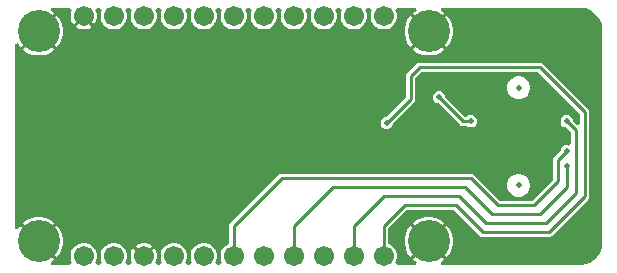
<source format=gbl>
G04*
G04 #@! TF.GenerationSoftware,Altium Limited,Altium Designer,25.9.0 (10)*
G04*
G04 Layer_Physical_Order=2*
G04 Layer_Color=16711680*
%FSLAX44Y44*%
%MOMM*%
G71*
G04*
G04 #@! TF.SameCoordinates,A69B8269-B679-459B-B5DD-CBE35428100B*
G04*
G04*
G04 #@! TF.FilePolarity,Positive*
G04*
G01*
G75*
%ADD11C,0.2540*%
%ADD27C,1.7018*%
%ADD28C,3.5560*%
%ADD29C,0.5000*%
%ADD30C,0.5080*%
G36*
X52151Y223421D02*
X53617Y220881D01*
X53204Y220165D01*
X52451Y217355D01*
Y214445D01*
X53204Y211635D01*
X54659Y209116D01*
X54789Y208985D01*
X62602Y216798D01*
X63500Y215900D01*
X64398Y216798D01*
X72211Y208985D01*
X72341Y209116D01*
X73796Y211635D01*
X74549Y214445D01*
Y217355D01*
X73796Y220165D01*
X73383Y220881D01*
X74849Y223421D01*
X77551D01*
X79017Y220881D01*
X78604Y220165D01*
X77851Y217355D01*
Y214445D01*
X78604Y211635D01*
X80059Y209116D01*
X82116Y207059D01*
X84635Y205604D01*
X87445Y204851D01*
X90355D01*
X93165Y205604D01*
X95684Y207059D01*
X97741Y209116D01*
X99196Y211635D01*
X99949Y214445D01*
Y217355D01*
X99196Y220165D01*
X98783Y220881D01*
X100249Y223421D01*
X102951D01*
X104417Y220881D01*
X104004Y220165D01*
X103251Y217355D01*
Y214445D01*
X104004Y211635D01*
X105459Y209116D01*
X107516Y207059D01*
X110035Y205604D01*
X112845Y204851D01*
X115755D01*
X118565Y205604D01*
X121084Y207059D01*
X123141Y209116D01*
X124596Y211635D01*
X125349Y214445D01*
Y217355D01*
X124596Y220165D01*
X124183Y220881D01*
X125649Y223421D01*
X128351D01*
X129817Y220881D01*
X129404Y220165D01*
X128651Y217355D01*
Y214445D01*
X129404Y211635D01*
X130859Y209116D01*
X132916Y207059D01*
X135435Y205604D01*
X138245Y204851D01*
X141155D01*
X143965Y205604D01*
X146484Y207059D01*
X148541Y209116D01*
X149996Y211635D01*
X150749Y214445D01*
Y217355D01*
X149996Y220165D01*
X149583Y220881D01*
X151049Y223421D01*
X153751D01*
X155217Y220881D01*
X154804Y220165D01*
X154051Y217355D01*
Y214445D01*
X154804Y211635D01*
X156259Y209116D01*
X158316Y207059D01*
X160835Y205604D01*
X163645Y204851D01*
X166555D01*
X169365Y205604D01*
X171884Y207059D01*
X173941Y209116D01*
X175396Y211635D01*
X176149Y214445D01*
Y217355D01*
X175396Y220165D01*
X174983Y220881D01*
X176449Y223421D01*
X179151D01*
X180617Y220881D01*
X180204Y220165D01*
X179451Y217355D01*
Y214445D01*
X180204Y211635D01*
X181659Y209116D01*
X183716Y207059D01*
X186235Y205604D01*
X189045Y204851D01*
X191955D01*
X194765Y205604D01*
X197284Y207059D01*
X199341Y209116D01*
X200796Y211635D01*
X201549Y214445D01*
Y217355D01*
X200796Y220165D01*
X200383Y220881D01*
X201849Y223421D01*
X204551D01*
X206017Y220881D01*
X205604Y220165D01*
X204851Y217355D01*
Y214445D01*
X205604Y211635D01*
X207059Y209116D01*
X209116Y207059D01*
X211635Y205604D01*
X214445Y204851D01*
X217355D01*
X220165Y205604D01*
X222684Y207059D01*
X224741Y209116D01*
X226196Y211635D01*
X226949Y214445D01*
Y217355D01*
X226196Y220165D01*
X225783Y220881D01*
X227249Y223421D01*
X229951D01*
X231417Y220881D01*
X231004Y220165D01*
X230251Y217355D01*
Y214445D01*
X231004Y211635D01*
X232459Y209116D01*
X234516Y207059D01*
X237035Y205604D01*
X239845Y204851D01*
X242755D01*
X245565Y205604D01*
X248084Y207059D01*
X250141Y209116D01*
X251596Y211635D01*
X252349Y214445D01*
Y217355D01*
X251596Y220165D01*
X251183Y220881D01*
X252649Y223421D01*
X255351Y223421D01*
X256817Y220881D01*
X256404Y220165D01*
X255651Y217355D01*
Y214445D01*
X256404Y211635D01*
X257859Y209116D01*
X259916Y207059D01*
X262435Y205604D01*
X265245Y204851D01*
X268155D01*
X270965Y205604D01*
X273484Y207059D01*
X275541Y209116D01*
X276996Y211635D01*
X277749Y214445D01*
Y217355D01*
X276996Y220165D01*
X276583Y220881D01*
X278049Y223421D01*
X280751D01*
X282217Y220881D01*
X281804Y220165D01*
X281051Y217355D01*
Y214445D01*
X281804Y211635D01*
X283259Y209116D01*
X285316Y207059D01*
X287835Y205604D01*
X290645Y204851D01*
X293555D01*
X296365Y205604D01*
X298884Y207059D01*
X300941Y209116D01*
X302396Y211635D01*
X303149Y214445D01*
Y217355D01*
X302396Y220165D01*
X301983Y220881D01*
X303449Y223421D01*
X306151D01*
X307617Y220881D01*
X307204Y220165D01*
X306451Y217355D01*
Y214445D01*
X307204Y211635D01*
X308659Y209116D01*
X310716Y207059D01*
X313235Y205604D01*
X316045Y204851D01*
X318955D01*
X321765Y205604D01*
X324284Y207059D01*
X326341Y209116D01*
X327796Y211635D01*
X328549Y214445D01*
Y217355D01*
X327796Y220165D01*
X327383Y220881D01*
X328849Y223421D01*
X344869D01*
X345171Y222816D01*
X345486Y220881D01*
X342647Y218984D01*
X342130Y218466D01*
X355600Y204996D01*
X369070Y218466D01*
X368553Y218984D01*
X365714Y220881D01*
X366029Y222816D01*
X366331Y223421D01*
X482600D01*
X484591D01*
X488498Y222644D01*
X492178Y221119D01*
X495490Y218906D01*
X498306Y216090D01*
X500519Y212778D01*
X502043Y209098D01*
X502821Y205191D01*
X502821Y203200D01*
X502821Y25400D01*
Y23409D01*
X502043Y19502D01*
X500519Y15822D01*
X498306Y12510D01*
X495490Y9694D01*
X492178Y7481D01*
X488498Y5957D01*
X484591Y5179D01*
X482600Y5179D01*
X366331D01*
X366029Y5784D01*
X365714Y7719D01*
X368553Y9616D01*
X369070Y10134D01*
X355600Y23604D01*
X342130Y10134D01*
X342647Y9616D01*
X345486Y7719D01*
X345171Y5784D01*
X344869Y5179D01*
X328849D01*
X327383Y7719D01*
X327796Y8435D01*
X328549Y11245D01*
Y14155D01*
X327796Y16965D01*
X326341Y19484D01*
X324284Y21541D01*
X321765Y22996D01*
X321385Y23098D01*
Y36491D01*
X336889Y51995D01*
X376851D01*
X398573Y30273D01*
X399833Y29431D01*
X401320Y29135D01*
X457200D01*
X458687Y29431D01*
X459947Y30273D01*
X490427Y60753D01*
X491269Y62013D01*
X491565Y63500D01*
Y134620D01*
X491269Y136107D01*
X490427Y137367D01*
X452327Y175467D01*
X451067Y176309D01*
X449580Y176605D01*
X347980D01*
X346493Y176309D01*
X345233Y175467D01*
X337613Y167847D01*
X336771Y166587D01*
X336475Y165100D01*
Y147659D01*
X319626Y130810D01*
X319030D01*
X317162Y130037D01*
X315733Y128608D01*
X314960Y126741D01*
Y124719D01*
X315733Y122852D01*
X317162Y121423D01*
X319030Y120650D01*
X321050D01*
X322918Y121423D01*
X324347Y122852D01*
X325120Y124719D01*
Y125316D01*
X343107Y143303D01*
X343949Y144563D01*
X344245Y146050D01*
Y163491D01*
X349589Y168835D01*
X447971D01*
X483795Y133011D01*
Y124731D01*
X481255Y123678D01*
X477520Y127414D01*
Y128011D01*
X476747Y129878D01*
X475318Y131307D01*
X473451Y132080D01*
X471429D01*
X469562Y131307D01*
X468133Y129878D01*
X467360Y128011D01*
Y125990D01*
X468133Y124122D01*
X469562Y122693D01*
X471429Y121920D01*
X472026D01*
X476175Y117771D01*
Y108301D01*
X473635Y106603D01*
X473451Y106680D01*
X471429D01*
X469562Y105907D01*
X468133Y104478D01*
X467360Y102611D01*
Y102014D01*
X462073Y96727D01*
X461231Y95467D01*
X460935Y93980D01*
Y77809D01*
X442891Y59765D01*
X415629D01*
X393907Y81487D01*
X392647Y82329D01*
X391160Y82625D01*
X231140D01*
X229653Y82329D01*
X228393Y81487D01*
X187753Y40847D01*
X186911Y39587D01*
X186615Y38100D01*
Y23098D01*
X186235Y22996D01*
X183716Y21541D01*
X181659Y19484D01*
X180204Y16965D01*
X179451Y14155D01*
Y11245D01*
X180204Y8435D01*
X180617Y7719D01*
X179151Y5179D01*
X176449D01*
X174983Y7719D01*
X175396Y8435D01*
X176149Y11245D01*
Y14155D01*
X175396Y16965D01*
X173941Y19484D01*
X171884Y21541D01*
X169365Y22996D01*
X166555Y23749D01*
X163645D01*
X160835Y22996D01*
X158316Y21541D01*
X156259Y19484D01*
X154804Y16965D01*
X154051Y14155D01*
Y11245D01*
X154804Y8435D01*
X155217Y7719D01*
X153751Y5179D01*
X151049D01*
X149583Y7719D01*
X149996Y8435D01*
X150749Y11245D01*
Y14155D01*
X149996Y16965D01*
X148541Y19484D01*
X146484Y21541D01*
X143965Y22996D01*
X141155Y23749D01*
X138245D01*
X135435Y22996D01*
X132916Y21541D01*
X130859Y19484D01*
X129404Y16965D01*
X128651Y14155D01*
Y11245D01*
X129404Y8435D01*
X129817Y7719D01*
X128351Y5179D01*
X125649D01*
X124183Y7719D01*
X124596Y8435D01*
X125349Y11245D01*
Y14155D01*
X124596Y16965D01*
X123141Y19484D01*
X123011Y19615D01*
X115198Y11802D01*
X114300Y12700D01*
X113402Y11802D01*
X105589Y19615D01*
X105459Y19484D01*
X104004Y16965D01*
X103251Y14155D01*
Y11245D01*
X104004Y8435D01*
X104417Y7719D01*
X102951Y5179D01*
X100249D01*
X98783Y7719D01*
X99196Y8435D01*
X99949Y11245D01*
Y14155D01*
X99196Y16965D01*
X97741Y19484D01*
X95684Y21541D01*
X93165Y22996D01*
X90355Y23749D01*
X87445D01*
X84635Y22996D01*
X82116Y21541D01*
X80059Y19484D01*
X78604Y16965D01*
X77851Y14155D01*
Y11245D01*
X78604Y8435D01*
X79017Y7719D01*
X77551Y5179D01*
X74849D01*
X73383Y7719D01*
X73796Y8435D01*
X74549Y11245D01*
Y14155D01*
X73796Y16965D01*
X72341Y19484D01*
X70284Y21541D01*
X67765Y22996D01*
X64955Y23749D01*
X62045D01*
X59235Y22996D01*
X56716Y21541D01*
X54659Y19484D01*
X53204Y16965D01*
X52451Y14155D01*
Y11245D01*
X53204Y8435D01*
X53617Y7719D01*
X52151Y5179D01*
X36131D01*
X35829Y5784D01*
X35514Y7719D01*
X38353Y9616D01*
X38870Y10134D01*
X24502Y24502D01*
X10134Y38870D01*
X9616Y38353D01*
X7719Y35514D01*
X5784Y35829D01*
X5179Y36131D01*
Y192469D01*
X5784Y192771D01*
X7719Y193086D01*
X9616Y190247D01*
X10134Y189730D01*
X24502Y204098D01*
X38870Y218466D01*
X38353Y218984D01*
X35514Y220881D01*
X35829Y222816D01*
X36131Y223421D01*
X52151D01*
D02*
G37*
%LPC*%
G36*
X63500Y214104D02*
X56585Y207189D01*
X56716Y207059D01*
X59235Y205604D01*
X62045Y204851D01*
X64955D01*
X67765Y205604D01*
X70284Y207059D01*
X70415Y207189D01*
X63500Y214104D01*
D02*
G37*
G36*
X340334Y216670D02*
X339816Y216153D01*
X337593Y212825D01*
X336061Y209127D01*
X335280Y205201D01*
Y201199D01*
X336061Y197273D01*
X337593Y193575D01*
X339816Y190247D01*
X340334Y189730D01*
X353804Y203200D01*
X340334Y216670D01*
D02*
G37*
G36*
X40666Y216670D02*
X27196Y203200D01*
X40666Y189730D01*
X41184Y190247D01*
X43407Y193575D01*
X44939Y197273D01*
X45720Y201199D01*
Y205201D01*
X44939Y209127D01*
X43407Y212825D01*
X41184Y216153D01*
X40666Y216670D01*
D02*
G37*
G36*
X370866D02*
X357396Y203200D01*
X370866Y189730D01*
X371384Y190247D01*
X373607Y193575D01*
X375139Y197273D01*
X375920Y201199D01*
Y205201D01*
X375139Y209127D01*
X373607Y212825D01*
X371384Y216153D01*
X370866Y216670D01*
D02*
G37*
G36*
X355600Y201404D02*
X342130Y187934D01*
X342647Y187416D01*
X345975Y185193D01*
X349673Y183661D01*
X353599Y182880D01*
X357601D01*
X361527Y183661D01*
X365225Y185193D01*
X368553Y187416D01*
X369070Y187934D01*
X355600Y201404D01*
D02*
G37*
G36*
X25400D02*
X11930Y187934D01*
X12447Y187416D01*
X15775Y185193D01*
X19473Y183661D01*
X23399Y182880D01*
X27401D01*
X31327Y183661D01*
X35025Y185193D01*
X38353Y187416D01*
X38870Y187934D01*
X25400Y201404D01*
D02*
G37*
G36*
X433069Y165240D02*
X430531D01*
X428079Y164583D01*
X425881Y163314D01*
X424086Y161519D01*
X422817Y159321D01*
X422160Y156869D01*
Y154331D01*
X422817Y151879D01*
X424086Y149681D01*
X425881Y147886D01*
X428079Y146617D01*
X430531Y145960D01*
X433069D01*
X435521Y146617D01*
X437719Y147886D01*
X439514Y149681D01*
X440783Y151879D01*
X441440Y154331D01*
Y156869D01*
X440783Y159321D01*
X439514Y161519D01*
X437719Y163314D01*
X435521Y164583D01*
X433069Y165240D01*
D02*
G37*
G36*
X365500Y152400D02*
X363479D01*
X361612Y151627D01*
X360183Y150198D01*
X359410Y148330D01*
Y146309D01*
X360183Y144442D01*
X361612Y143013D01*
X363479Y142240D01*
X364076D01*
X382063Y124253D01*
X383323Y123411D01*
X384810Y123115D01*
X387860D01*
X388282Y122693D01*
X390149Y121920D01*
X392170D01*
X394038Y122693D01*
X395467Y124122D01*
X396240Y125990D01*
Y128011D01*
X395467Y129878D01*
X394038Y131307D01*
X392170Y132080D01*
X390149D01*
X388282Y131307D01*
X387860Y130885D01*
X386419D01*
X369570Y147734D01*
Y148330D01*
X368797Y150198D01*
X367368Y151627D01*
X365500Y152400D01*
D02*
G37*
G36*
X433069Y82640D02*
X430531D01*
X428079Y81983D01*
X425881Y80714D01*
X424086Y78919D01*
X422817Y76721D01*
X422160Y74269D01*
Y71731D01*
X422817Y69279D01*
X424086Y67081D01*
X425881Y65286D01*
X428079Y64017D01*
X430531Y63360D01*
X433069D01*
X435521Y64017D01*
X437719Y65286D01*
X439514Y67081D01*
X440783Y69279D01*
X441440Y71731D01*
Y74269D01*
X440783Y76721D01*
X439514Y78919D01*
X437719Y80714D01*
X435521Y81983D01*
X433069Y82640D01*
D02*
G37*
G36*
X27401Y45720D02*
X23399D01*
X19473Y44939D01*
X15775Y43407D01*
X12447Y41184D01*
X11930Y40666D01*
X25400Y27196D01*
X38870Y40666D01*
X38353Y41184D01*
X35025Y43407D01*
X31327Y44939D01*
X27401Y45720D01*
D02*
G37*
G36*
X357601D02*
X353599D01*
X349673Y44939D01*
X345975Y43407D01*
X342647Y41184D01*
X342130Y40666D01*
X355600Y27196D01*
X369070Y40666D01*
X368553Y41184D01*
X365225Y43407D01*
X361527Y44939D01*
X357601Y45720D01*
D02*
G37*
G36*
X115755Y23749D02*
X112845D01*
X110035Y22996D01*
X107516Y21541D01*
X107385Y21411D01*
X114300Y14496D01*
X121215Y21411D01*
X121084Y21541D01*
X118565Y22996D01*
X115755Y23749D01*
D02*
G37*
G36*
X340334Y38870D02*
X339816Y38353D01*
X337593Y35025D01*
X336061Y31327D01*
X335280Y27401D01*
Y23399D01*
X336061Y19473D01*
X337593Y15775D01*
X339816Y12447D01*
X340334Y11930D01*
X353804Y25400D01*
X340334Y38870D01*
D02*
G37*
G36*
X40666Y38870D02*
X27196Y25400D01*
X40666Y11930D01*
X41184Y12447D01*
X43407Y15775D01*
X44939Y19473D01*
X45720Y23399D01*
Y27401D01*
X44939Y31327D01*
X43407Y35025D01*
X41184Y38353D01*
X40666Y38870D01*
D02*
G37*
G36*
X370866D02*
X357396Y25400D01*
X370866Y11930D01*
X371384Y12447D01*
X373607Y15775D01*
X375139Y19473D01*
X375920Y23399D01*
Y27401D01*
X375139Y31327D01*
X373607Y35025D01*
X371384Y38353D01*
X370866Y38870D01*
D02*
G37*
%LPD*%
D11*
X340360Y165100D02*
X347980Y172720D01*
X340360Y146050D02*
Y165100D01*
X320040Y125730D02*
X340360Y146050D01*
X487680Y63500D02*
Y134620D01*
X449580Y172720D02*
X487680Y134620D01*
X347980Y172720D02*
X449580D01*
X241300Y38100D02*
X274320Y71120D01*
X386080D01*
X190500Y38100D02*
X231140Y78740D01*
X391160D01*
X364490Y147320D02*
X384810Y127000D01*
X391160D01*
X464820Y93980D02*
X472440Y101600D01*
X464820Y76200D02*
Y93980D01*
X444500Y55880D02*
X464820Y76200D01*
X457200Y33020D02*
X487680Y63500D01*
X454660Y40640D02*
X480060Y66040D01*
X472440Y127000D02*
X480060Y119380D01*
Y66040D02*
Y119380D01*
X472440Y71120D02*
Y88900D01*
X449580Y48260D02*
X472440Y71120D01*
X190500Y12700D02*
Y38100D01*
X241300Y12700D02*
Y38100D01*
X292100Y12700D02*
Y38100D01*
X317500Y63500D01*
X381000D01*
X335280Y55880D02*
X378460D01*
X317500Y38100D02*
X335280Y55880D01*
X317500Y12700D02*
Y38100D01*
X401320Y33020D02*
X457200D01*
X378460Y55880D02*
X401320Y33020D01*
X381000Y63500D02*
X403860Y40640D01*
X454660D01*
X414020Y55880D02*
X444500D01*
X391160Y78740D02*
X414020Y55880D01*
X408940Y48260D02*
X449580D01*
X386080Y71120D02*
X408940Y48260D01*
D27*
X317500Y12700D02*
D03*
X114300D02*
D03*
X63500Y215900D02*
D03*
Y12700D02*
D03*
X292100D02*
D03*
X190500D02*
D03*
X241300D02*
D03*
X88900Y215900D02*
D03*
X114300D02*
D03*
X139700D02*
D03*
X165100D02*
D03*
X190500D02*
D03*
X215900D02*
D03*
X241300D02*
D03*
X266700D02*
D03*
X292100D02*
D03*
X317500D02*
D03*
X88900Y12700D02*
D03*
X139700D02*
D03*
X165100D02*
D03*
X215900D02*
D03*
X266700D02*
D03*
D28*
X25400Y25400D02*
D03*
Y203200D02*
D03*
X355600Y25400D02*
D03*
Y203200D02*
D03*
D29*
X431800Y73000D02*
D03*
Y155600D02*
D03*
D30*
X482600Y203200D02*
D03*
X266700Y114300D02*
D03*
X165100D02*
D03*
X364490Y147320D02*
D03*
X472440Y88900D02*
D03*
Y101600D02*
D03*
Y114300D02*
D03*
Y127000D02*
D03*
X391160D02*
D03*
X320040Y125730D02*
D03*
X76200Y165100D02*
D03*
X431800Y203200D02*
D03*
X482600Y160020D02*
D03*
Y25400D02*
D03*
X101600Y63500D02*
D03*
X266700Y190500D02*
D03*
X165100D02*
D03*
X25400Y114300D02*
D03*
X391160Y139700D02*
D03*
X346710Y115570D02*
D03*
X350520Y162560D02*
D03*
M02*

</source>
